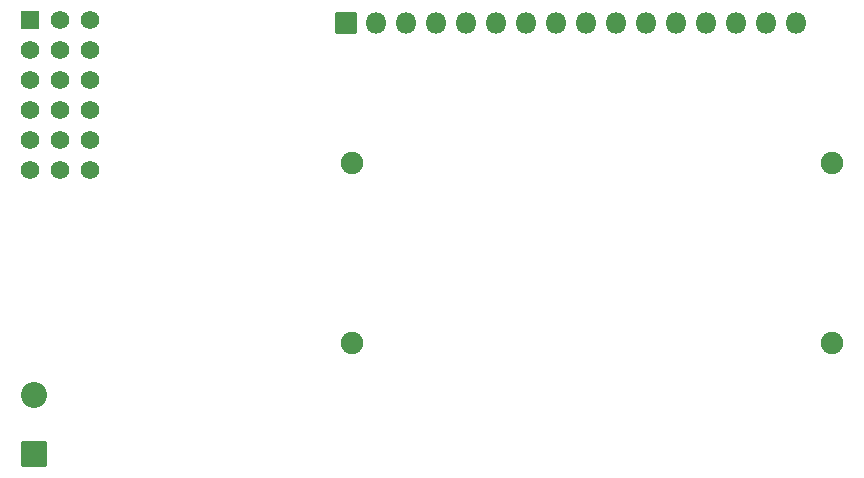
<source format=gbs>
G04 #@! TF.GenerationSoftware,KiCad,Pcbnew,8.0.7*
G04 #@! TF.CreationDate,2025-03-12T01:08:22-04:00*
G04 #@! TF.ProjectId,combat-pcb,636f6d62-6174-42d7-9063-622e6b696361,rev?*
G04 #@! TF.SameCoordinates,Original*
G04 #@! TF.FileFunction,Soldermask,Bot*
G04 #@! TF.FilePolarity,Negative*
%FSLAX46Y46*%
G04 Gerber Fmt 4.6, Leading zero omitted, Abs format (unit mm)*
G04 Created by KiCad (PCBNEW 8.0.7) date 2025-03-12 01:08:22*
%MOMM*%
%LPD*%
G01*
G04 APERTURE LIST*
G04 Aperture macros list*
%AMRoundRect*
0 Rectangle with rounded corners*
0 $1 Rounding radius*
0 $2 $3 $4 $5 $6 $7 $8 $9 X,Y pos of 4 corners*
0 Add a 4 corners polygon primitive as box body*
4,1,4,$2,$3,$4,$5,$6,$7,$8,$9,$2,$3,0*
0 Add four circle primitives for the rounded corners*
1,1,$1+$1,$2,$3*
1,1,$1+$1,$4,$5*
1,1,$1+$1,$6,$7*
1,1,$1+$1,$8,$9*
0 Add four rect primitives between the rounded corners*
20,1,$1+$1,$2,$3,$4,$5,0*
20,1,$1+$1,$4,$5,$6,$7,0*
20,1,$1+$1,$6,$7,$8,$9,0*
20,1,$1+$1,$8,$9,$2,$3,0*%
G04 Aperture macros list end*
%ADD10RoundRect,0.102000X-0.685000X0.685000X-0.685000X-0.685000X0.685000X-0.685000X0.685000X0.685000X0*%
%ADD11C,1.574000*%
%ADD12C,1.901600*%
%ADD13RoundRect,0.050800X1.050000X-1.050000X1.050000X1.050000X-1.050000X1.050000X-1.050000X-1.050000X0*%
%ADD14C,2.201600*%
%ADD15RoundRect,0.050800X0.850000X-0.850000X0.850000X0.850000X-0.850000X0.850000X-0.850000X-0.850000X0*%
%ADD16O,1.801600X1.801600*%
G04 APERTURE END LIST*
D10*
X145542000Y-73279000D03*
D11*
X148082000Y-73279000D03*
X150622000Y-73279000D03*
X145542000Y-75819000D03*
X148082000Y-75819000D03*
X150622000Y-75819000D03*
X145542000Y-78359000D03*
X148082000Y-78359000D03*
X150622000Y-78359000D03*
X145542000Y-80899000D03*
X148082000Y-80899000D03*
X150622000Y-80899000D03*
X145542000Y-83439000D03*
X148082000Y-83439000D03*
X150622000Y-83439000D03*
X145542000Y-85979000D03*
X148082000Y-85979000D03*
X150622000Y-85979000D03*
D12*
X172847000Y-100584000D03*
X213487000Y-100584000D03*
X172847000Y-85344000D03*
X213487000Y-85344000D03*
D13*
X145923000Y-109982000D03*
D14*
X145923000Y-104982000D03*
D15*
X172339000Y-73533000D03*
D16*
X174879000Y-73533000D03*
X177419000Y-73533000D03*
X179959000Y-73533000D03*
X182499000Y-73533000D03*
X185039000Y-73533000D03*
X187579000Y-73533000D03*
X190119000Y-73533000D03*
X192659000Y-73533000D03*
X195199000Y-73533000D03*
X197739000Y-73533000D03*
X200279000Y-73533000D03*
X202819000Y-73533000D03*
X205359000Y-73533000D03*
X207899000Y-73533000D03*
X210439000Y-73533000D03*
M02*

</source>
